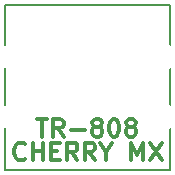
<source format=gto>
G04 #@! TF.FileFunction,Legend,Top*
%FSLAX46Y46*%
G04 Gerber Fmt 4.6, Leading zero omitted, Abs format (unit mm)*
G04 Created by KiCad (PCBNEW 4.0.2-stable) date 2016-04-16 6:31:27 PM*
%MOMM*%
G01*
G04 APERTURE LIST*
%ADD10C,0.100000*%
%ADD11C,0.300000*%
%ADD12C,0.150000*%
%ADD13C,2.286000*%
%ADD14C,3.987800*%
%ADD15C,1.701800*%
%ADD16C,2.540000*%
G04 APERTURE END LIST*
D10*
D11*
X143214286Y-111035714D02*
X143142857Y-111107143D01*
X142928571Y-111178571D01*
X142785714Y-111178571D01*
X142571429Y-111107143D01*
X142428571Y-110964286D01*
X142357143Y-110821429D01*
X142285714Y-110535714D01*
X142285714Y-110321429D01*
X142357143Y-110035714D01*
X142428571Y-109892857D01*
X142571429Y-109750000D01*
X142785714Y-109678571D01*
X142928571Y-109678571D01*
X143142857Y-109750000D01*
X143214286Y-109821429D01*
X143857143Y-111178571D02*
X143857143Y-109678571D01*
X143857143Y-110392857D02*
X144714286Y-110392857D01*
X144714286Y-111178571D02*
X144714286Y-109678571D01*
X145428572Y-110392857D02*
X145928572Y-110392857D01*
X146142858Y-111178571D02*
X145428572Y-111178571D01*
X145428572Y-109678571D01*
X146142858Y-109678571D01*
X147642858Y-111178571D02*
X147142858Y-110464286D01*
X146785715Y-111178571D02*
X146785715Y-109678571D01*
X147357143Y-109678571D01*
X147500001Y-109750000D01*
X147571429Y-109821429D01*
X147642858Y-109964286D01*
X147642858Y-110178571D01*
X147571429Y-110321429D01*
X147500001Y-110392857D01*
X147357143Y-110464286D01*
X146785715Y-110464286D01*
X149142858Y-111178571D02*
X148642858Y-110464286D01*
X148285715Y-111178571D02*
X148285715Y-109678571D01*
X148857143Y-109678571D01*
X149000001Y-109750000D01*
X149071429Y-109821429D01*
X149142858Y-109964286D01*
X149142858Y-110178571D01*
X149071429Y-110321429D01*
X149000001Y-110392857D01*
X148857143Y-110464286D01*
X148285715Y-110464286D01*
X150071429Y-110464286D02*
X150071429Y-111178571D01*
X149571429Y-109678571D02*
X150071429Y-110464286D01*
X150571429Y-109678571D01*
X152214286Y-111178571D02*
X152214286Y-109678571D01*
X152714286Y-110750000D01*
X153214286Y-109678571D01*
X153214286Y-111178571D01*
X153785715Y-109678571D02*
X154785715Y-111178571D01*
X154785715Y-109678571D02*
X153785715Y-111178571D01*
X144250001Y-107678571D02*
X145107144Y-107678571D01*
X144678573Y-109178571D02*
X144678573Y-107678571D01*
X146464287Y-109178571D02*
X145964287Y-108464286D01*
X145607144Y-109178571D02*
X145607144Y-107678571D01*
X146178572Y-107678571D01*
X146321430Y-107750000D01*
X146392858Y-107821429D01*
X146464287Y-107964286D01*
X146464287Y-108178571D01*
X146392858Y-108321429D01*
X146321430Y-108392857D01*
X146178572Y-108464286D01*
X145607144Y-108464286D01*
X147107144Y-108607143D02*
X148250001Y-108607143D01*
X149178573Y-108321429D02*
X149035715Y-108250000D01*
X148964287Y-108178571D01*
X148892858Y-108035714D01*
X148892858Y-107964286D01*
X148964287Y-107821429D01*
X149035715Y-107750000D01*
X149178573Y-107678571D01*
X149464287Y-107678571D01*
X149607144Y-107750000D01*
X149678573Y-107821429D01*
X149750001Y-107964286D01*
X149750001Y-108035714D01*
X149678573Y-108178571D01*
X149607144Y-108250000D01*
X149464287Y-108321429D01*
X149178573Y-108321429D01*
X149035715Y-108392857D01*
X148964287Y-108464286D01*
X148892858Y-108607143D01*
X148892858Y-108892857D01*
X148964287Y-109035714D01*
X149035715Y-109107143D01*
X149178573Y-109178571D01*
X149464287Y-109178571D01*
X149607144Y-109107143D01*
X149678573Y-109035714D01*
X149750001Y-108892857D01*
X149750001Y-108607143D01*
X149678573Y-108464286D01*
X149607144Y-108392857D01*
X149464287Y-108321429D01*
X150678572Y-107678571D02*
X150821429Y-107678571D01*
X150964286Y-107750000D01*
X151035715Y-107821429D01*
X151107144Y-107964286D01*
X151178572Y-108250000D01*
X151178572Y-108607143D01*
X151107144Y-108892857D01*
X151035715Y-109035714D01*
X150964286Y-109107143D01*
X150821429Y-109178571D01*
X150678572Y-109178571D01*
X150535715Y-109107143D01*
X150464286Y-109035714D01*
X150392858Y-108892857D01*
X150321429Y-108607143D01*
X150321429Y-108250000D01*
X150392858Y-107964286D01*
X150464286Y-107821429D01*
X150535715Y-107750000D01*
X150678572Y-107678571D01*
X152035715Y-108321429D02*
X151892857Y-108250000D01*
X151821429Y-108178571D01*
X151750000Y-108035714D01*
X151750000Y-107964286D01*
X151821429Y-107821429D01*
X151892857Y-107750000D01*
X152035715Y-107678571D01*
X152321429Y-107678571D01*
X152464286Y-107750000D01*
X152535715Y-107821429D01*
X152607143Y-107964286D01*
X152607143Y-108035714D01*
X152535715Y-108178571D01*
X152464286Y-108250000D01*
X152321429Y-108321429D01*
X152035715Y-108321429D01*
X151892857Y-108392857D01*
X151821429Y-108464286D01*
X151750000Y-108607143D01*
X151750000Y-108892857D01*
X151821429Y-109035714D01*
X151892857Y-109107143D01*
X152035715Y-109178571D01*
X152321429Y-109178571D01*
X152464286Y-109107143D01*
X152535715Y-109035714D01*
X152607143Y-108892857D01*
X152607143Y-108607143D01*
X152535715Y-108464286D01*
X152464286Y-108392857D01*
X152321429Y-108321429D01*
D12*
X155486100Y-98018600D02*
X155486100Y-111988600D01*
X155486100Y-111988600D02*
X141516100Y-111988600D01*
X141516100Y-111988600D02*
X141516100Y-98018600D01*
X141516100Y-98018600D02*
X155486100Y-98018600D01*
%LPC*%
D13*
X142151100Y-107543600D03*
X154851100Y-107543600D03*
X142151100Y-102463600D03*
X154851100Y-102463600D03*
D14*
X148501100Y-105003600D03*
D15*
X153581100Y-105003600D03*
X143421100Y-105003600D03*
D16*
X144691100Y-102463600D03*
X151041100Y-99923600D03*
M02*

</source>
